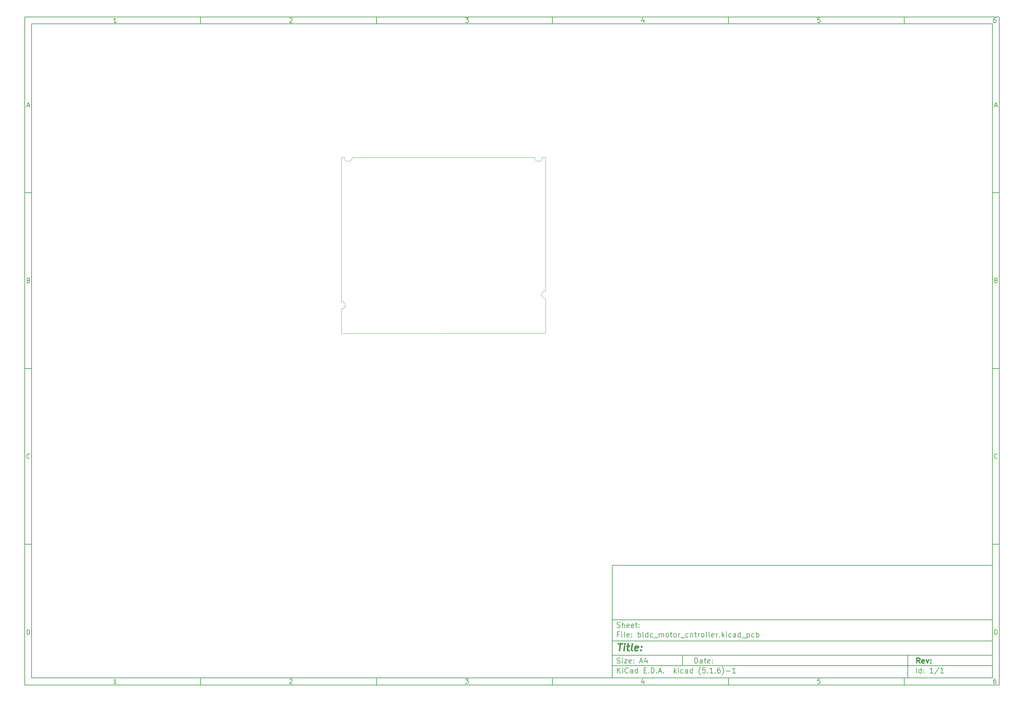
<source format=gbr>
G04 #@! TF.GenerationSoftware,KiCad,Pcbnew,(5.1.6)-1*
G04 #@! TF.CreationDate,2021-03-06T15:59:57+08:00*
G04 #@! TF.ProjectId,bldc_motor_cntroller,626c6463-5f6d-46f7-946f-725f636e7472,rev?*
G04 #@! TF.SameCoordinates,Original*
G04 #@! TF.FileFunction,Profile,NP*
%FSLAX46Y46*%
G04 Gerber Fmt 4.6, Leading zero omitted, Abs format (unit mm)*
G04 Created by KiCad (PCBNEW (5.1.6)-1) date 2021-03-06 15:59:57*
%MOMM*%
%LPD*%
G01*
G04 APERTURE LIST*
%ADD10C,0.100000*%
%ADD11C,0.150000*%
%ADD12C,0.300000*%
%ADD13C,0.400000*%
G04 #@! TA.AperFunction,Profile*
%ADD14C,0.100000*%
G04 #@! TD*
G04 APERTURE END LIST*
D10*
D11*
X177002200Y-166007200D02*
X177002200Y-198007200D01*
X285002200Y-198007200D01*
X285002200Y-166007200D01*
X177002200Y-166007200D01*
D10*
D11*
X10000000Y-10000000D02*
X10000000Y-200007200D01*
X287002200Y-200007200D01*
X287002200Y-10000000D01*
X10000000Y-10000000D01*
D10*
D11*
X12000000Y-12000000D02*
X12000000Y-198007200D01*
X285002200Y-198007200D01*
X285002200Y-12000000D01*
X12000000Y-12000000D01*
D10*
D11*
X60000000Y-12000000D02*
X60000000Y-10000000D01*
D10*
D11*
X110000000Y-12000000D02*
X110000000Y-10000000D01*
D10*
D11*
X160000000Y-12000000D02*
X160000000Y-10000000D01*
D10*
D11*
X210000000Y-12000000D02*
X210000000Y-10000000D01*
D10*
D11*
X260000000Y-12000000D02*
X260000000Y-10000000D01*
D10*
D11*
X36065476Y-11588095D02*
X35322619Y-11588095D01*
X35694047Y-11588095D02*
X35694047Y-10288095D01*
X35570238Y-10473809D01*
X35446428Y-10597619D01*
X35322619Y-10659523D01*
D10*
D11*
X85322619Y-10411904D02*
X85384523Y-10350000D01*
X85508333Y-10288095D01*
X85817857Y-10288095D01*
X85941666Y-10350000D01*
X86003571Y-10411904D01*
X86065476Y-10535714D01*
X86065476Y-10659523D01*
X86003571Y-10845238D01*
X85260714Y-11588095D01*
X86065476Y-11588095D01*
D10*
D11*
X135260714Y-10288095D02*
X136065476Y-10288095D01*
X135632142Y-10783333D01*
X135817857Y-10783333D01*
X135941666Y-10845238D01*
X136003571Y-10907142D01*
X136065476Y-11030952D01*
X136065476Y-11340476D01*
X136003571Y-11464285D01*
X135941666Y-11526190D01*
X135817857Y-11588095D01*
X135446428Y-11588095D01*
X135322619Y-11526190D01*
X135260714Y-11464285D01*
D10*
D11*
X185941666Y-10721428D02*
X185941666Y-11588095D01*
X185632142Y-10226190D02*
X185322619Y-11154761D01*
X186127380Y-11154761D01*
D10*
D11*
X236003571Y-10288095D02*
X235384523Y-10288095D01*
X235322619Y-10907142D01*
X235384523Y-10845238D01*
X235508333Y-10783333D01*
X235817857Y-10783333D01*
X235941666Y-10845238D01*
X236003571Y-10907142D01*
X236065476Y-11030952D01*
X236065476Y-11340476D01*
X236003571Y-11464285D01*
X235941666Y-11526190D01*
X235817857Y-11588095D01*
X235508333Y-11588095D01*
X235384523Y-11526190D01*
X235322619Y-11464285D01*
D10*
D11*
X285941666Y-10288095D02*
X285694047Y-10288095D01*
X285570238Y-10350000D01*
X285508333Y-10411904D01*
X285384523Y-10597619D01*
X285322619Y-10845238D01*
X285322619Y-11340476D01*
X285384523Y-11464285D01*
X285446428Y-11526190D01*
X285570238Y-11588095D01*
X285817857Y-11588095D01*
X285941666Y-11526190D01*
X286003571Y-11464285D01*
X286065476Y-11340476D01*
X286065476Y-11030952D01*
X286003571Y-10907142D01*
X285941666Y-10845238D01*
X285817857Y-10783333D01*
X285570238Y-10783333D01*
X285446428Y-10845238D01*
X285384523Y-10907142D01*
X285322619Y-11030952D01*
D10*
D11*
X60000000Y-198007200D02*
X60000000Y-200007200D01*
D10*
D11*
X110000000Y-198007200D02*
X110000000Y-200007200D01*
D10*
D11*
X160000000Y-198007200D02*
X160000000Y-200007200D01*
D10*
D11*
X210000000Y-198007200D02*
X210000000Y-200007200D01*
D10*
D11*
X260000000Y-198007200D02*
X260000000Y-200007200D01*
D10*
D11*
X36065476Y-199595295D02*
X35322619Y-199595295D01*
X35694047Y-199595295D02*
X35694047Y-198295295D01*
X35570238Y-198481009D01*
X35446428Y-198604819D01*
X35322619Y-198666723D01*
D10*
D11*
X85322619Y-198419104D02*
X85384523Y-198357200D01*
X85508333Y-198295295D01*
X85817857Y-198295295D01*
X85941666Y-198357200D01*
X86003571Y-198419104D01*
X86065476Y-198542914D01*
X86065476Y-198666723D01*
X86003571Y-198852438D01*
X85260714Y-199595295D01*
X86065476Y-199595295D01*
D10*
D11*
X135260714Y-198295295D02*
X136065476Y-198295295D01*
X135632142Y-198790533D01*
X135817857Y-198790533D01*
X135941666Y-198852438D01*
X136003571Y-198914342D01*
X136065476Y-199038152D01*
X136065476Y-199347676D01*
X136003571Y-199471485D01*
X135941666Y-199533390D01*
X135817857Y-199595295D01*
X135446428Y-199595295D01*
X135322619Y-199533390D01*
X135260714Y-199471485D01*
D10*
D11*
X185941666Y-198728628D02*
X185941666Y-199595295D01*
X185632142Y-198233390D02*
X185322619Y-199161961D01*
X186127380Y-199161961D01*
D10*
D11*
X236003571Y-198295295D02*
X235384523Y-198295295D01*
X235322619Y-198914342D01*
X235384523Y-198852438D01*
X235508333Y-198790533D01*
X235817857Y-198790533D01*
X235941666Y-198852438D01*
X236003571Y-198914342D01*
X236065476Y-199038152D01*
X236065476Y-199347676D01*
X236003571Y-199471485D01*
X235941666Y-199533390D01*
X235817857Y-199595295D01*
X235508333Y-199595295D01*
X235384523Y-199533390D01*
X235322619Y-199471485D01*
D10*
D11*
X285941666Y-198295295D02*
X285694047Y-198295295D01*
X285570238Y-198357200D01*
X285508333Y-198419104D01*
X285384523Y-198604819D01*
X285322619Y-198852438D01*
X285322619Y-199347676D01*
X285384523Y-199471485D01*
X285446428Y-199533390D01*
X285570238Y-199595295D01*
X285817857Y-199595295D01*
X285941666Y-199533390D01*
X286003571Y-199471485D01*
X286065476Y-199347676D01*
X286065476Y-199038152D01*
X286003571Y-198914342D01*
X285941666Y-198852438D01*
X285817857Y-198790533D01*
X285570238Y-198790533D01*
X285446428Y-198852438D01*
X285384523Y-198914342D01*
X285322619Y-199038152D01*
D10*
D11*
X10000000Y-60000000D02*
X12000000Y-60000000D01*
D10*
D11*
X10000000Y-110000000D02*
X12000000Y-110000000D01*
D10*
D11*
X10000000Y-160000000D02*
X12000000Y-160000000D01*
D10*
D11*
X10690476Y-35216666D02*
X11309523Y-35216666D01*
X10566666Y-35588095D02*
X11000000Y-34288095D01*
X11433333Y-35588095D01*
D10*
D11*
X11092857Y-84907142D02*
X11278571Y-84969047D01*
X11340476Y-85030952D01*
X11402380Y-85154761D01*
X11402380Y-85340476D01*
X11340476Y-85464285D01*
X11278571Y-85526190D01*
X11154761Y-85588095D01*
X10659523Y-85588095D01*
X10659523Y-84288095D01*
X11092857Y-84288095D01*
X11216666Y-84350000D01*
X11278571Y-84411904D01*
X11340476Y-84535714D01*
X11340476Y-84659523D01*
X11278571Y-84783333D01*
X11216666Y-84845238D01*
X11092857Y-84907142D01*
X10659523Y-84907142D01*
D10*
D11*
X11402380Y-135464285D02*
X11340476Y-135526190D01*
X11154761Y-135588095D01*
X11030952Y-135588095D01*
X10845238Y-135526190D01*
X10721428Y-135402380D01*
X10659523Y-135278571D01*
X10597619Y-135030952D01*
X10597619Y-134845238D01*
X10659523Y-134597619D01*
X10721428Y-134473809D01*
X10845238Y-134350000D01*
X11030952Y-134288095D01*
X11154761Y-134288095D01*
X11340476Y-134350000D01*
X11402380Y-134411904D01*
D10*
D11*
X10659523Y-185588095D02*
X10659523Y-184288095D01*
X10969047Y-184288095D01*
X11154761Y-184350000D01*
X11278571Y-184473809D01*
X11340476Y-184597619D01*
X11402380Y-184845238D01*
X11402380Y-185030952D01*
X11340476Y-185278571D01*
X11278571Y-185402380D01*
X11154761Y-185526190D01*
X10969047Y-185588095D01*
X10659523Y-185588095D01*
D10*
D11*
X287002200Y-60000000D02*
X285002200Y-60000000D01*
D10*
D11*
X287002200Y-110000000D02*
X285002200Y-110000000D01*
D10*
D11*
X287002200Y-160000000D02*
X285002200Y-160000000D01*
D10*
D11*
X285692676Y-35216666D02*
X286311723Y-35216666D01*
X285568866Y-35588095D02*
X286002200Y-34288095D01*
X286435533Y-35588095D01*
D10*
D11*
X286095057Y-84907142D02*
X286280771Y-84969047D01*
X286342676Y-85030952D01*
X286404580Y-85154761D01*
X286404580Y-85340476D01*
X286342676Y-85464285D01*
X286280771Y-85526190D01*
X286156961Y-85588095D01*
X285661723Y-85588095D01*
X285661723Y-84288095D01*
X286095057Y-84288095D01*
X286218866Y-84350000D01*
X286280771Y-84411904D01*
X286342676Y-84535714D01*
X286342676Y-84659523D01*
X286280771Y-84783333D01*
X286218866Y-84845238D01*
X286095057Y-84907142D01*
X285661723Y-84907142D01*
D10*
D11*
X286404580Y-135464285D02*
X286342676Y-135526190D01*
X286156961Y-135588095D01*
X286033152Y-135588095D01*
X285847438Y-135526190D01*
X285723628Y-135402380D01*
X285661723Y-135278571D01*
X285599819Y-135030952D01*
X285599819Y-134845238D01*
X285661723Y-134597619D01*
X285723628Y-134473809D01*
X285847438Y-134350000D01*
X286033152Y-134288095D01*
X286156961Y-134288095D01*
X286342676Y-134350000D01*
X286404580Y-134411904D01*
D10*
D11*
X285661723Y-185588095D02*
X285661723Y-184288095D01*
X285971247Y-184288095D01*
X286156961Y-184350000D01*
X286280771Y-184473809D01*
X286342676Y-184597619D01*
X286404580Y-184845238D01*
X286404580Y-185030952D01*
X286342676Y-185278571D01*
X286280771Y-185402380D01*
X286156961Y-185526190D01*
X285971247Y-185588095D01*
X285661723Y-185588095D01*
D10*
D11*
X200434342Y-193785771D02*
X200434342Y-192285771D01*
X200791485Y-192285771D01*
X201005771Y-192357200D01*
X201148628Y-192500057D01*
X201220057Y-192642914D01*
X201291485Y-192928628D01*
X201291485Y-193142914D01*
X201220057Y-193428628D01*
X201148628Y-193571485D01*
X201005771Y-193714342D01*
X200791485Y-193785771D01*
X200434342Y-193785771D01*
X202577200Y-193785771D02*
X202577200Y-193000057D01*
X202505771Y-192857200D01*
X202362914Y-192785771D01*
X202077200Y-192785771D01*
X201934342Y-192857200D01*
X202577200Y-193714342D02*
X202434342Y-193785771D01*
X202077200Y-193785771D01*
X201934342Y-193714342D01*
X201862914Y-193571485D01*
X201862914Y-193428628D01*
X201934342Y-193285771D01*
X202077200Y-193214342D01*
X202434342Y-193214342D01*
X202577200Y-193142914D01*
X203077200Y-192785771D02*
X203648628Y-192785771D01*
X203291485Y-192285771D02*
X203291485Y-193571485D01*
X203362914Y-193714342D01*
X203505771Y-193785771D01*
X203648628Y-193785771D01*
X204720057Y-193714342D02*
X204577200Y-193785771D01*
X204291485Y-193785771D01*
X204148628Y-193714342D01*
X204077200Y-193571485D01*
X204077200Y-193000057D01*
X204148628Y-192857200D01*
X204291485Y-192785771D01*
X204577200Y-192785771D01*
X204720057Y-192857200D01*
X204791485Y-193000057D01*
X204791485Y-193142914D01*
X204077200Y-193285771D01*
X205434342Y-193642914D02*
X205505771Y-193714342D01*
X205434342Y-193785771D01*
X205362914Y-193714342D01*
X205434342Y-193642914D01*
X205434342Y-193785771D01*
X205434342Y-192857200D02*
X205505771Y-192928628D01*
X205434342Y-193000057D01*
X205362914Y-192928628D01*
X205434342Y-192857200D01*
X205434342Y-193000057D01*
D10*
D11*
X177002200Y-194507200D02*
X285002200Y-194507200D01*
D10*
D11*
X178434342Y-196585771D02*
X178434342Y-195085771D01*
X179291485Y-196585771D02*
X178648628Y-195728628D01*
X179291485Y-195085771D02*
X178434342Y-195942914D01*
X179934342Y-196585771D02*
X179934342Y-195585771D01*
X179934342Y-195085771D02*
X179862914Y-195157200D01*
X179934342Y-195228628D01*
X180005771Y-195157200D01*
X179934342Y-195085771D01*
X179934342Y-195228628D01*
X181505771Y-196442914D02*
X181434342Y-196514342D01*
X181220057Y-196585771D01*
X181077200Y-196585771D01*
X180862914Y-196514342D01*
X180720057Y-196371485D01*
X180648628Y-196228628D01*
X180577200Y-195942914D01*
X180577200Y-195728628D01*
X180648628Y-195442914D01*
X180720057Y-195300057D01*
X180862914Y-195157200D01*
X181077200Y-195085771D01*
X181220057Y-195085771D01*
X181434342Y-195157200D01*
X181505771Y-195228628D01*
X182791485Y-196585771D02*
X182791485Y-195800057D01*
X182720057Y-195657200D01*
X182577200Y-195585771D01*
X182291485Y-195585771D01*
X182148628Y-195657200D01*
X182791485Y-196514342D02*
X182648628Y-196585771D01*
X182291485Y-196585771D01*
X182148628Y-196514342D01*
X182077200Y-196371485D01*
X182077200Y-196228628D01*
X182148628Y-196085771D01*
X182291485Y-196014342D01*
X182648628Y-196014342D01*
X182791485Y-195942914D01*
X184148628Y-196585771D02*
X184148628Y-195085771D01*
X184148628Y-196514342D02*
X184005771Y-196585771D01*
X183720057Y-196585771D01*
X183577200Y-196514342D01*
X183505771Y-196442914D01*
X183434342Y-196300057D01*
X183434342Y-195871485D01*
X183505771Y-195728628D01*
X183577200Y-195657200D01*
X183720057Y-195585771D01*
X184005771Y-195585771D01*
X184148628Y-195657200D01*
X186005771Y-195800057D02*
X186505771Y-195800057D01*
X186720057Y-196585771D02*
X186005771Y-196585771D01*
X186005771Y-195085771D01*
X186720057Y-195085771D01*
X187362914Y-196442914D02*
X187434342Y-196514342D01*
X187362914Y-196585771D01*
X187291485Y-196514342D01*
X187362914Y-196442914D01*
X187362914Y-196585771D01*
X188077200Y-196585771D02*
X188077200Y-195085771D01*
X188434342Y-195085771D01*
X188648628Y-195157200D01*
X188791485Y-195300057D01*
X188862914Y-195442914D01*
X188934342Y-195728628D01*
X188934342Y-195942914D01*
X188862914Y-196228628D01*
X188791485Y-196371485D01*
X188648628Y-196514342D01*
X188434342Y-196585771D01*
X188077200Y-196585771D01*
X189577200Y-196442914D02*
X189648628Y-196514342D01*
X189577200Y-196585771D01*
X189505771Y-196514342D01*
X189577200Y-196442914D01*
X189577200Y-196585771D01*
X190220057Y-196157200D02*
X190934342Y-196157200D01*
X190077200Y-196585771D02*
X190577200Y-195085771D01*
X191077200Y-196585771D01*
X191577200Y-196442914D02*
X191648628Y-196514342D01*
X191577200Y-196585771D01*
X191505771Y-196514342D01*
X191577200Y-196442914D01*
X191577200Y-196585771D01*
X194577200Y-196585771D02*
X194577200Y-195085771D01*
X194720057Y-196014342D02*
X195148628Y-196585771D01*
X195148628Y-195585771D02*
X194577200Y-196157200D01*
X195791485Y-196585771D02*
X195791485Y-195585771D01*
X195791485Y-195085771D02*
X195720057Y-195157200D01*
X195791485Y-195228628D01*
X195862914Y-195157200D01*
X195791485Y-195085771D01*
X195791485Y-195228628D01*
X197148628Y-196514342D02*
X197005771Y-196585771D01*
X196720057Y-196585771D01*
X196577200Y-196514342D01*
X196505771Y-196442914D01*
X196434342Y-196300057D01*
X196434342Y-195871485D01*
X196505771Y-195728628D01*
X196577200Y-195657200D01*
X196720057Y-195585771D01*
X197005771Y-195585771D01*
X197148628Y-195657200D01*
X198434342Y-196585771D02*
X198434342Y-195800057D01*
X198362914Y-195657200D01*
X198220057Y-195585771D01*
X197934342Y-195585771D01*
X197791485Y-195657200D01*
X198434342Y-196514342D02*
X198291485Y-196585771D01*
X197934342Y-196585771D01*
X197791485Y-196514342D01*
X197720057Y-196371485D01*
X197720057Y-196228628D01*
X197791485Y-196085771D01*
X197934342Y-196014342D01*
X198291485Y-196014342D01*
X198434342Y-195942914D01*
X199791485Y-196585771D02*
X199791485Y-195085771D01*
X199791485Y-196514342D02*
X199648628Y-196585771D01*
X199362914Y-196585771D01*
X199220057Y-196514342D01*
X199148628Y-196442914D01*
X199077200Y-196300057D01*
X199077200Y-195871485D01*
X199148628Y-195728628D01*
X199220057Y-195657200D01*
X199362914Y-195585771D01*
X199648628Y-195585771D01*
X199791485Y-195657200D01*
X202077200Y-197157200D02*
X202005771Y-197085771D01*
X201862914Y-196871485D01*
X201791485Y-196728628D01*
X201720057Y-196514342D01*
X201648628Y-196157200D01*
X201648628Y-195871485D01*
X201720057Y-195514342D01*
X201791485Y-195300057D01*
X201862914Y-195157200D01*
X202005771Y-194942914D01*
X202077200Y-194871485D01*
X203362914Y-195085771D02*
X202648628Y-195085771D01*
X202577200Y-195800057D01*
X202648628Y-195728628D01*
X202791485Y-195657200D01*
X203148628Y-195657200D01*
X203291485Y-195728628D01*
X203362914Y-195800057D01*
X203434342Y-195942914D01*
X203434342Y-196300057D01*
X203362914Y-196442914D01*
X203291485Y-196514342D01*
X203148628Y-196585771D01*
X202791485Y-196585771D01*
X202648628Y-196514342D01*
X202577200Y-196442914D01*
X204077200Y-196442914D02*
X204148628Y-196514342D01*
X204077200Y-196585771D01*
X204005771Y-196514342D01*
X204077200Y-196442914D01*
X204077200Y-196585771D01*
X205577200Y-196585771D02*
X204720057Y-196585771D01*
X205148628Y-196585771D02*
X205148628Y-195085771D01*
X205005771Y-195300057D01*
X204862914Y-195442914D01*
X204720057Y-195514342D01*
X206220057Y-196442914D02*
X206291485Y-196514342D01*
X206220057Y-196585771D01*
X206148628Y-196514342D01*
X206220057Y-196442914D01*
X206220057Y-196585771D01*
X207577200Y-195085771D02*
X207291485Y-195085771D01*
X207148628Y-195157200D01*
X207077200Y-195228628D01*
X206934342Y-195442914D01*
X206862914Y-195728628D01*
X206862914Y-196300057D01*
X206934342Y-196442914D01*
X207005771Y-196514342D01*
X207148628Y-196585771D01*
X207434342Y-196585771D01*
X207577200Y-196514342D01*
X207648628Y-196442914D01*
X207720057Y-196300057D01*
X207720057Y-195942914D01*
X207648628Y-195800057D01*
X207577200Y-195728628D01*
X207434342Y-195657200D01*
X207148628Y-195657200D01*
X207005771Y-195728628D01*
X206934342Y-195800057D01*
X206862914Y-195942914D01*
X208220057Y-197157200D02*
X208291485Y-197085771D01*
X208434342Y-196871485D01*
X208505771Y-196728628D01*
X208577200Y-196514342D01*
X208648628Y-196157200D01*
X208648628Y-195871485D01*
X208577200Y-195514342D01*
X208505771Y-195300057D01*
X208434342Y-195157200D01*
X208291485Y-194942914D01*
X208220057Y-194871485D01*
X209362914Y-196014342D02*
X210505771Y-196014342D01*
X212005771Y-196585771D02*
X211148628Y-196585771D01*
X211577200Y-196585771D02*
X211577200Y-195085771D01*
X211434342Y-195300057D01*
X211291485Y-195442914D01*
X211148628Y-195514342D01*
D10*
D11*
X177002200Y-191507200D02*
X285002200Y-191507200D01*
D10*
D12*
X264411485Y-193785771D02*
X263911485Y-193071485D01*
X263554342Y-193785771D02*
X263554342Y-192285771D01*
X264125771Y-192285771D01*
X264268628Y-192357200D01*
X264340057Y-192428628D01*
X264411485Y-192571485D01*
X264411485Y-192785771D01*
X264340057Y-192928628D01*
X264268628Y-193000057D01*
X264125771Y-193071485D01*
X263554342Y-193071485D01*
X265625771Y-193714342D02*
X265482914Y-193785771D01*
X265197200Y-193785771D01*
X265054342Y-193714342D01*
X264982914Y-193571485D01*
X264982914Y-193000057D01*
X265054342Y-192857200D01*
X265197200Y-192785771D01*
X265482914Y-192785771D01*
X265625771Y-192857200D01*
X265697200Y-193000057D01*
X265697200Y-193142914D01*
X264982914Y-193285771D01*
X266197200Y-192785771D02*
X266554342Y-193785771D01*
X266911485Y-192785771D01*
X267482914Y-193642914D02*
X267554342Y-193714342D01*
X267482914Y-193785771D01*
X267411485Y-193714342D01*
X267482914Y-193642914D01*
X267482914Y-193785771D01*
X267482914Y-192857200D02*
X267554342Y-192928628D01*
X267482914Y-193000057D01*
X267411485Y-192928628D01*
X267482914Y-192857200D01*
X267482914Y-193000057D01*
D10*
D11*
X178362914Y-193714342D02*
X178577200Y-193785771D01*
X178934342Y-193785771D01*
X179077200Y-193714342D01*
X179148628Y-193642914D01*
X179220057Y-193500057D01*
X179220057Y-193357200D01*
X179148628Y-193214342D01*
X179077200Y-193142914D01*
X178934342Y-193071485D01*
X178648628Y-193000057D01*
X178505771Y-192928628D01*
X178434342Y-192857200D01*
X178362914Y-192714342D01*
X178362914Y-192571485D01*
X178434342Y-192428628D01*
X178505771Y-192357200D01*
X178648628Y-192285771D01*
X179005771Y-192285771D01*
X179220057Y-192357200D01*
X179862914Y-193785771D02*
X179862914Y-192785771D01*
X179862914Y-192285771D02*
X179791485Y-192357200D01*
X179862914Y-192428628D01*
X179934342Y-192357200D01*
X179862914Y-192285771D01*
X179862914Y-192428628D01*
X180434342Y-192785771D02*
X181220057Y-192785771D01*
X180434342Y-193785771D01*
X181220057Y-193785771D01*
X182362914Y-193714342D02*
X182220057Y-193785771D01*
X181934342Y-193785771D01*
X181791485Y-193714342D01*
X181720057Y-193571485D01*
X181720057Y-193000057D01*
X181791485Y-192857200D01*
X181934342Y-192785771D01*
X182220057Y-192785771D01*
X182362914Y-192857200D01*
X182434342Y-193000057D01*
X182434342Y-193142914D01*
X181720057Y-193285771D01*
X183077200Y-193642914D02*
X183148628Y-193714342D01*
X183077200Y-193785771D01*
X183005771Y-193714342D01*
X183077200Y-193642914D01*
X183077200Y-193785771D01*
X183077200Y-192857200D02*
X183148628Y-192928628D01*
X183077200Y-193000057D01*
X183005771Y-192928628D01*
X183077200Y-192857200D01*
X183077200Y-193000057D01*
X184862914Y-193357200D02*
X185577200Y-193357200D01*
X184720057Y-193785771D02*
X185220057Y-192285771D01*
X185720057Y-193785771D01*
X186862914Y-192785771D02*
X186862914Y-193785771D01*
X186505771Y-192214342D02*
X186148628Y-193285771D01*
X187077200Y-193285771D01*
D10*
D11*
X263434342Y-196585771D02*
X263434342Y-195085771D01*
X264791485Y-196585771D02*
X264791485Y-195085771D01*
X264791485Y-196514342D02*
X264648628Y-196585771D01*
X264362914Y-196585771D01*
X264220057Y-196514342D01*
X264148628Y-196442914D01*
X264077200Y-196300057D01*
X264077200Y-195871485D01*
X264148628Y-195728628D01*
X264220057Y-195657200D01*
X264362914Y-195585771D01*
X264648628Y-195585771D01*
X264791485Y-195657200D01*
X265505771Y-196442914D02*
X265577200Y-196514342D01*
X265505771Y-196585771D01*
X265434342Y-196514342D01*
X265505771Y-196442914D01*
X265505771Y-196585771D01*
X265505771Y-195657200D02*
X265577200Y-195728628D01*
X265505771Y-195800057D01*
X265434342Y-195728628D01*
X265505771Y-195657200D01*
X265505771Y-195800057D01*
X268148628Y-196585771D02*
X267291485Y-196585771D01*
X267720057Y-196585771D02*
X267720057Y-195085771D01*
X267577200Y-195300057D01*
X267434342Y-195442914D01*
X267291485Y-195514342D01*
X269862914Y-195014342D02*
X268577200Y-196942914D01*
X271148628Y-196585771D02*
X270291485Y-196585771D01*
X270720057Y-196585771D02*
X270720057Y-195085771D01*
X270577200Y-195300057D01*
X270434342Y-195442914D01*
X270291485Y-195514342D01*
D10*
D11*
X177002200Y-187507200D02*
X285002200Y-187507200D01*
D10*
D13*
X178714580Y-188211961D02*
X179857438Y-188211961D01*
X179036009Y-190211961D02*
X179286009Y-188211961D01*
X180274104Y-190211961D02*
X180440771Y-188878628D01*
X180524104Y-188211961D02*
X180416961Y-188307200D01*
X180500295Y-188402438D01*
X180607438Y-188307200D01*
X180524104Y-188211961D01*
X180500295Y-188402438D01*
X181107438Y-188878628D02*
X181869342Y-188878628D01*
X181476485Y-188211961D02*
X181262200Y-189926247D01*
X181333628Y-190116723D01*
X181512200Y-190211961D01*
X181702676Y-190211961D01*
X182655057Y-190211961D02*
X182476485Y-190116723D01*
X182405057Y-189926247D01*
X182619342Y-188211961D01*
X184190771Y-190116723D02*
X183988390Y-190211961D01*
X183607438Y-190211961D01*
X183428866Y-190116723D01*
X183357438Y-189926247D01*
X183452676Y-189164342D01*
X183571723Y-188973866D01*
X183774104Y-188878628D01*
X184155057Y-188878628D01*
X184333628Y-188973866D01*
X184405057Y-189164342D01*
X184381247Y-189354819D01*
X183405057Y-189545295D01*
X185155057Y-190021485D02*
X185238390Y-190116723D01*
X185131247Y-190211961D01*
X185047914Y-190116723D01*
X185155057Y-190021485D01*
X185131247Y-190211961D01*
X185286009Y-188973866D02*
X185369342Y-189069104D01*
X185262200Y-189164342D01*
X185178866Y-189069104D01*
X185286009Y-188973866D01*
X185262200Y-189164342D01*
D10*
D11*
X178934342Y-185600057D02*
X178434342Y-185600057D01*
X178434342Y-186385771D02*
X178434342Y-184885771D01*
X179148628Y-184885771D01*
X179720057Y-186385771D02*
X179720057Y-185385771D01*
X179720057Y-184885771D02*
X179648628Y-184957200D01*
X179720057Y-185028628D01*
X179791485Y-184957200D01*
X179720057Y-184885771D01*
X179720057Y-185028628D01*
X180648628Y-186385771D02*
X180505771Y-186314342D01*
X180434342Y-186171485D01*
X180434342Y-184885771D01*
X181791485Y-186314342D02*
X181648628Y-186385771D01*
X181362914Y-186385771D01*
X181220057Y-186314342D01*
X181148628Y-186171485D01*
X181148628Y-185600057D01*
X181220057Y-185457200D01*
X181362914Y-185385771D01*
X181648628Y-185385771D01*
X181791485Y-185457200D01*
X181862914Y-185600057D01*
X181862914Y-185742914D01*
X181148628Y-185885771D01*
X182505771Y-186242914D02*
X182577200Y-186314342D01*
X182505771Y-186385771D01*
X182434342Y-186314342D01*
X182505771Y-186242914D01*
X182505771Y-186385771D01*
X182505771Y-185457200D02*
X182577200Y-185528628D01*
X182505771Y-185600057D01*
X182434342Y-185528628D01*
X182505771Y-185457200D01*
X182505771Y-185600057D01*
X184362914Y-186385771D02*
X184362914Y-184885771D01*
X184362914Y-185457200D02*
X184505771Y-185385771D01*
X184791485Y-185385771D01*
X184934342Y-185457200D01*
X185005771Y-185528628D01*
X185077200Y-185671485D01*
X185077200Y-186100057D01*
X185005771Y-186242914D01*
X184934342Y-186314342D01*
X184791485Y-186385771D01*
X184505771Y-186385771D01*
X184362914Y-186314342D01*
X185934342Y-186385771D02*
X185791485Y-186314342D01*
X185720057Y-186171485D01*
X185720057Y-184885771D01*
X187148628Y-186385771D02*
X187148628Y-184885771D01*
X187148628Y-186314342D02*
X187005771Y-186385771D01*
X186720057Y-186385771D01*
X186577200Y-186314342D01*
X186505771Y-186242914D01*
X186434342Y-186100057D01*
X186434342Y-185671485D01*
X186505771Y-185528628D01*
X186577200Y-185457200D01*
X186720057Y-185385771D01*
X187005771Y-185385771D01*
X187148628Y-185457200D01*
X188505771Y-186314342D02*
X188362914Y-186385771D01*
X188077200Y-186385771D01*
X187934342Y-186314342D01*
X187862914Y-186242914D01*
X187791485Y-186100057D01*
X187791485Y-185671485D01*
X187862914Y-185528628D01*
X187934342Y-185457200D01*
X188077200Y-185385771D01*
X188362914Y-185385771D01*
X188505771Y-185457200D01*
X188791485Y-186528628D02*
X189934342Y-186528628D01*
X190291485Y-186385771D02*
X190291485Y-185385771D01*
X190291485Y-185528628D02*
X190362914Y-185457200D01*
X190505771Y-185385771D01*
X190720057Y-185385771D01*
X190862914Y-185457200D01*
X190934342Y-185600057D01*
X190934342Y-186385771D01*
X190934342Y-185600057D02*
X191005771Y-185457200D01*
X191148628Y-185385771D01*
X191362914Y-185385771D01*
X191505771Y-185457200D01*
X191577200Y-185600057D01*
X191577200Y-186385771D01*
X192505771Y-186385771D02*
X192362914Y-186314342D01*
X192291485Y-186242914D01*
X192220057Y-186100057D01*
X192220057Y-185671485D01*
X192291485Y-185528628D01*
X192362914Y-185457200D01*
X192505771Y-185385771D01*
X192720057Y-185385771D01*
X192862914Y-185457200D01*
X192934342Y-185528628D01*
X193005771Y-185671485D01*
X193005771Y-186100057D01*
X192934342Y-186242914D01*
X192862914Y-186314342D01*
X192720057Y-186385771D01*
X192505771Y-186385771D01*
X193434342Y-185385771D02*
X194005771Y-185385771D01*
X193648628Y-184885771D02*
X193648628Y-186171485D01*
X193720057Y-186314342D01*
X193862914Y-186385771D01*
X194005771Y-186385771D01*
X194720057Y-186385771D02*
X194577200Y-186314342D01*
X194505771Y-186242914D01*
X194434342Y-186100057D01*
X194434342Y-185671485D01*
X194505771Y-185528628D01*
X194577200Y-185457200D01*
X194720057Y-185385771D01*
X194934342Y-185385771D01*
X195077200Y-185457200D01*
X195148628Y-185528628D01*
X195220057Y-185671485D01*
X195220057Y-186100057D01*
X195148628Y-186242914D01*
X195077200Y-186314342D01*
X194934342Y-186385771D01*
X194720057Y-186385771D01*
X195862914Y-186385771D02*
X195862914Y-185385771D01*
X195862914Y-185671485D02*
X195934342Y-185528628D01*
X196005771Y-185457200D01*
X196148628Y-185385771D01*
X196291485Y-185385771D01*
X196434342Y-186528628D02*
X197577200Y-186528628D01*
X198577200Y-186314342D02*
X198434342Y-186385771D01*
X198148628Y-186385771D01*
X198005771Y-186314342D01*
X197934342Y-186242914D01*
X197862914Y-186100057D01*
X197862914Y-185671485D01*
X197934342Y-185528628D01*
X198005771Y-185457200D01*
X198148628Y-185385771D01*
X198434342Y-185385771D01*
X198577200Y-185457200D01*
X199220057Y-185385771D02*
X199220057Y-186385771D01*
X199220057Y-185528628D02*
X199291485Y-185457200D01*
X199434342Y-185385771D01*
X199648628Y-185385771D01*
X199791485Y-185457200D01*
X199862914Y-185600057D01*
X199862914Y-186385771D01*
X200362914Y-185385771D02*
X200934342Y-185385771D01*
X200577200Y-184885771D02*
X200577200Y-186171485D01*
X200648628Y-186314342D01*
X200791485Y-186385771D01*
X200934342Y-186385771D01*
X201434342Y-186385771D02*
X201434342Y-185385771D01*
X201434342Y-185671485D02*
X201505771Y-185528628D01*
X201577200Y-185457200D01*
X201720057Y-185385771D01*
X201862914Y-185385771D01*
X202577200Y-186385771D02*
X202434342Y-186314342D01*
X202362914Y-186242914D01*
X202291485Y-186100057D01*
X202291485Y-185671485D01*
X202362914Y-185528628D01*
X202434342Y-185457200D01*
X202577200Y-185385771D01*
X202791485Y-185385771D01*
X202934342Y-185457200D01*
X203005771Y-185528628D01*
X203077200Y-185671485D01*
X203077200Y-186100057D01*
X203005771Y-186242914D01*
X202934342Y-186314342D01*
X202791485Y-186385771D01*
X202577200Y-186385771D01*
X203934342Y-186385771D02*
X203791485Y-186314342D01*
X203720057Y-186171485D01*
X203720057Y-184885771D01*
X204720057Y-186385771D02*
X204577200Y-186314342D01*
X204505771Y-186171485D01*
X204505771Y-184885771D01*
X205862914Y-186314342D02*
X205720057Y-186385771D01*
X205434342Y-186385771D01*
X205291485Y-186314342D01*
X205220057Y-186171485D01*
X205220057Y-185600057D01*
X205291485Y-185457200D01*
X205434342Y-185385771D01*
X205720057Y-185385771D01*
X205862914Y-185457200D01*
X205934342Y-185600057D01*
X205934342Y-185742914D01*
X205220057Y-185885771D01*
X206577200Y-186385771D02*
X206577200Y-185385771D01*
X206577200Y-185671485D02*
X206648628Y-185528628D01*
X206720057Y-185457200D01*
X206862914Y-185385771D01*
X207005771Y-185385771D01*
X207505771Y-186242914D02*
X207577200Y-186314342D01*
X207505771Y-186385771D01*
X207434342Y-186314342D01*
X207505771Y-186242914D01*
X207505771Y-186385771D01*
X208220057Y-186385771D02*
X208220057Y-184885771D01*
X208362914Y-185814342D02*
X208791485Y-186385771D01*
X208791485Y-185385771D02*
X208220057Y-185957200D01*
X209434342Y-186385771D02*
X209434342Y-185385771D01*
X209434342Y-184885771D02*
X209362914Y-184957200D01*
X209434342Y-185028628D01*
X209505771Y-184957200D01*
X209434342Y-184885771D01*
X209434342Y-185028628D01*
X210791485Y-186314342D02*
X210648628Y-186385771D01*
X210362914Y-186385771D01*
X210220057Y-186314342D01*
X210148628Y-186242914D01*
X210077200Y-186100057D01*
X210077200Y-185671485D01*
X210148628Y-185528628D01*
X210220057Y-185457200D01*
X210362914Y-185385771D01*
X210648628Y-185385771D01*
X210791485Y-185457200D01*
X212077200Y-186385771D02*
X212077200Y-185600057D01*
X212005771Y-185457200D01*
X211862914Y-185385771D01*
X211577200Y-185385771D01*
X211434342Y-185457200D01*
X212077200Y-186314342D02*
X211934342Y-186385771D01*
X211577200Y-186385771D01*
X211434342Y-186314342D01*
X211362914Y-186171485D01*
X211362914Y-186028628D01*
X211434342Y-185885771D01*
X211577200Y-185814342D01*
X211934342Y-185814342D01*
X212077200Y-185742914D01*
X213434342Y-186385771D02*
X213434342Y-184885771D01*
X213434342Y-186314342D02*
X213291485Y-186385771D01*
X213005771Y-186385771D01*
X212862914Y-186314342D01*
X212791485Y-186242914D01*
X212720057Y-186100057D01*
X212720057Y-185671485D01*
X212791485Y-185528628D01*
X212862914Y-185457200D01*
X213005771Y-185385771D01*
X213291485Y-185385771D01*
X213434342Y-185457200D01*
X213791485Y-186528628D02*
X214934342Y-186528628D01*
X215291485Y-185385771D02*
X215291485Y-186885771D01*
X215291485Y-185457200D02*
X215434342Y-185385771D01*
X215720057Y-185385771D01*
X215862914Y-185457200D01*
X215934342Y-185528628D01*
X216005771Y-185671485D01*
X216005771Y-186100057D01*
X215934342Y-186242914D01*
X215862914Y-186314342D01*
X215720057Y-186385771D01*
X215434342Y-186385771D01*
X215291485Y-186314342D01*
X217291485Y-186314342D02*
X217148628Y-186385771D01*
X216862914Y-186385771D01*
X216720057Y-186314342D01*
X216648628Y-186242914D01*
X216577200Y-186100057D01*
X216577200Y-185671485D01*
X216648628Y-185528628D01*
X216720057Y-185457200D01*
X216862914Y-185385771D01*
X217148628Y-185385771D01*
X217291485Y-185457200D01*
X217934342Y-186385771D02*
X217934342Y-184885771D01*
X217934342Y-185457200D02*
X218077200Y-185385771D01*
X218362914Y-185385771D01*
X218505771Y-185457200D01*
X218577200Y-185528628D01*
X218648628Y-185671485D01*
X218648628Y-186100057D01*
X218577200Y-186242914D01*
X218505771Y-186314342D01*
X218362914Y-186385771D01*
X218077200Y-186385771D01*
X217934342Y-186314342D01*
D10*
D11*
X177002200Y-181507200D02*
X285002200Y-181507200D01*
D10*
D11*
X178362914Y-183614342D02*
X178577200Y-183685771D01*
X178934342Y-183685771D01*
X179077200Y-183614342D01*
X179148628Y-183542914D01*
X179220057Y-183400057D01*
X179220057Y-183257200D01*
X179148628Y-183114342D01*
X179077200Y-183042914D01*
X178934342Y-182971485D01*
X178648628Y-182900057D01*
X178505771Y-182828628D01*
X178434342Y-182757200D01*
X178362914Y-182614342D01*
X178362914Y-182471485D01*
X178434342Y-182328628D01*
X178505771Y-182257200D01*
X178648628Y-182185771D01*
X179005771Y-182185771D01*
X179220057Y-182257200D01*
X179862914Y-183685771D02*
X179862914Y-182185771D01*
X180505771Y-183685771D02*
X180505771Y-182900057D01*
X180434342Y-182757200D01*
X180291485Y-182685771D01*
X180077200Y-182685771D01*
X179934342Y-182757200D01*
X179862914Y-182828628D01*
X181791485Y-183614342D02*
X181648628Y-183685771D01*
X181362914Y-183685771D01*
X181220057Y-183614342D01*
X181148628Y-183471485D01*
X181148628Y-182900057D01*
X181220057Y-182757200D01*
X181362914Y-182685771D01*
X181648628Y-182685771D01*
X181791485Y-182757200D01*
X181862914Y-182900057D01*
X181862914Y-183042914D01*
X181148628Y-183185771D01*
X183077200Y-183614342D02*
X182934342Y-183685771D01*
X182648628Y-183685771D01*
X182505771Y-183614342D01*
X182434342Y-183471485D01*
X182434342Y-182900057D01*
X182505771Y-182757200D01*
X182648628Y-182685771D01*
X182934342Y-182685771D01*
X183077200Y-182757200D01*
X183148628Y-182900057D01*
X183148628Y-183042914D01*
X182434342Y-183185771D01*
X183577200Y-182685771D02*
X184148628Y-182685771D01*
X183791485Y-182185771D02*
X183791485Y-183471485D01*
X183862914Y-183614342D01*
X184005771Y-183685771D01*
X184148628Y-183685771D01*
X184648628Y-183542914D02*
X184720057Y-183614342D01*
X184648628Y-183685771D01*
X184577200Y-183614342D01*
X184648628Y-183542914D01*
X184648628Y-183685771D01*
X184648628Y-182757200D02*
X184720057Y-182828628D01*
X184648628Y-182900057D01*
X184577200Y-182828628D01*
X184648628Y-182757200D01*
X184648628Y-182900057D01*
D10*
D11*
X197002200Y-191507200D02*
X197002200Y-194507200D01*
D10*
D11*
X261002200Y-191507200D02*
X261002200Y-198007200D01*
D14*
X100000000Y-100000000D02*
X158000000Y-99900000D01*
X158000000Y-90100000D02*
X158000000Y-99900000D01*
X158000000Y-50000000D02*
X158000000Y-87900000D01*
X100000000Y-50000000D02*
X100000000Y-90900000D01*
X100000000Y-100000000D02*
X100000000Y-93100000D01*
X100900000Y-50000000D02*
X100000000Y-50000000D01*
X154900000Y-50000000D02*
X103100000Y-50000000D01*
X157100000Y-50000000D02*
X158000000Y-50000000D01*
X100000000Y-90900000D02*
G75*
G02*
X100000000Y-93100000I0J-1100000D01*
G01*
X158000000Y-90100000D02*
G75*
G02*
X158000000Y-87900000I0J1100000D01*
G01*
X157100000Y-50000000D02*
G75*
G02*
X154900000Y-50000000I-1100000J0D01*
G01*
X103100000Y-50000000D02*
G75*
G02*
X100900000Y-50000000I-1100000J0D01*
G01*
M02*

</source>
